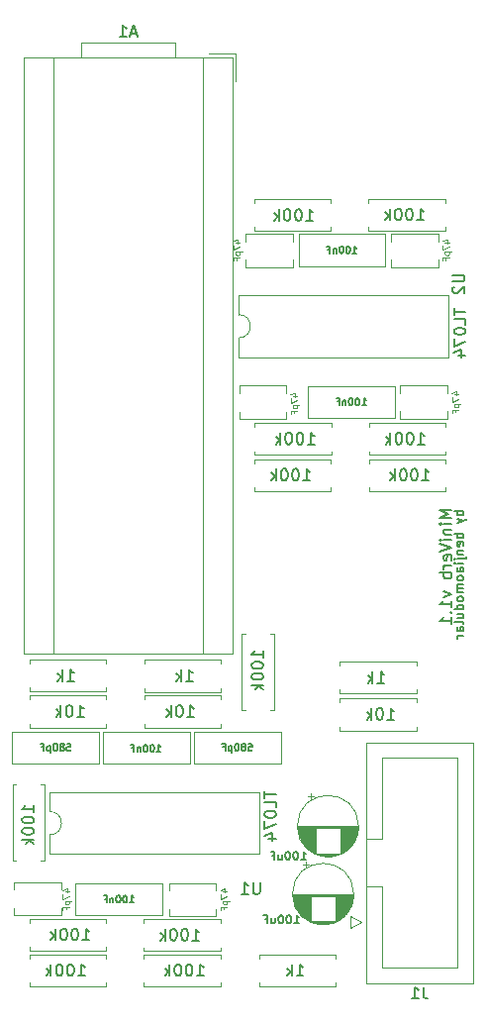
<source format=gbr>
%TF.GenerationSoftware,KiCad,Pcbnew,6.0.10+dfsg-1~bpo11+1*%
%TF.CreationDate,2023-02-09T22:21:13+08:00*%
%TF.ProjectId,MiniVerb v1.1 - Main,4d696e69-5665-4726-9220-76312e31202d,rev?*%
%TF.SameCoordinates,Original*%
%TF.FileFunction,Legend,Bot*%
%TF.FilePolarity,Positive*%
%FSLAX46Y46*%
G04 Gerber Fmt 4.6, Leading zero omitted, Abs format (unit mm)*
G04 Created by KiCad (PCBNEW 6.0.10+dfsg-1~bpo11+1) date 2023-02-09 22:21:13*
%MOMM*%
%LPD*%
G01*
G04 APERTURE LIST*
%ADD10C,0.150000*%
%ADD11C,0.120000*%
G04 APERTURE END LIST*
D10*
X112752380Y-92066666D02*
X111752380Y-92066666D01*
X112466666Y-92400000D01*
X111752380Y-92733333D01*
X112752380Y-92733333D01*
X112752380Y-93209523D02*
X112085714Y-93209523D01*
X111752380Y-93209523D02*
X111800000Y-93161904D01*
X111847619Y-93209523D01*
X111800000Y-93257142D01*
X111752380Y-93209523D01*
X111847619Y-93209523D01*
X112085714Y-93685714D02*
X112752380Y-93685714D01*
X112180952Y-93685714D02*
X112133333Y-93733333D01*
X112085714Y-93828571D01*
X112085714Y-93971428D01*
X112133333Y-94066666D01*
X112228571Y-94114285D01*
X112752380Y-94114285D01*
X112752380Y-94590476D02*
X112085714Y-94590476D01*
X111752380Y-94590476D02*
X111800000Y-94542857D01*
X111847619Y-94590476D01*
X111800000Y-94638095D01*
X111752380Y-94590476D01*
X111847619Y-94590476D01*
X111752380Y-94923809D02*
X112752380Y-95257142D01*
X111752380Y-95590476D01*
X112704761Y-96304761D02*
X112752380Y-96209523D01*
X112752380Y-96019047D01*
X112704761Y-95923809D01*
X112609523Y-95876190D01*
X112228571Y-95876190D01*
X112133333Y-95923809D01*
X112085714Y-96019047D01*
X112085714Y-96209523D01*
X112133333Y-96304761D01*
X112228571Y-96352380D01*
X112323809Y-96352380D01*
X112419047Y-95876190D01*
X112752380Y-96780952D02*
X112085714Y-96780952D01*
X112276190Y-96780952D02*
X112180952Y-96828571D01*
X112133333Y-96876190D01*
X112085714Y-96971428D01*
X112085714Y-97066666D01*
X112752380Y-97400000D02*
X111752380Y-97400000D01*
X112133333Y-97400000D02*
X112085714Y-97495238D01*
X112085714Y-97685714D01*
X112133333Y-97780952D01*
X112180952Y-97828571D01*
X112276190Y-97876190D01*
X112561904Y-97876190D01*
X112657142Y-97828571D01*
X112704761Y-97780952D01*
X112752380Y-97685714D01*
X112752380Y-97495238D01*
X112704761Y-97400000D01*
X112085714Y-98971428D02*
X112752380Y-99209523D01*
X112085714Y-99447619D01*
X112752380Y-100352380D02*
X112752380Y-99780952D01*
X112752380Y-100066666D02*
X111752380Y-100066666D01*
X111895238Y-99971428D01*
X111990476Y-99876190D01*
X112038095Y-99780952D01*
X112657142Y-100780952D02*
X112704761Y-100828571D01*
X112752380Y-100780952D01*
X112704761Y-100733333D01*
X112657142Y-100780952D01*
X112752380Y-100780952D01*
X112752380Y-101780952D02*
X112752380Y-101209523D01*
X112752380Y-101495238D02*
X111752380Y-101495238D01*
X111895238Y-101400000D01*
X111990476Y-101304761D01*
X112038095Y-101209523D01*
X113761904Y-92109523D02*
X112961904Y-92109523D01*
X113266666Y-92109523D02*
X113228571Y-92185714D01*
X113228571Y-92338095D01*
X113266666Y-92414285D01*
X113304761Y-92452380D01*
X113380952Y-92490476D01*
X113609523Y-92490476D01*
X113685714Y-92452380D01*
X113723809Y-92414285D01*
X113761904Y-92338095D01*
X113761904Y-92185714D01*
X113723809Y-92109523D01*
X113228571Y-92757142D02*
X113761904Y-92947619D01*
X113228571Y-93138095D02*
X113761904Y-92947619D01*
X113952380Y-92871428D01*
X113990476Y-92833333D01*
X114028571Y-92757142D01*
X113761904Y-94052380D02*
X112961904Y-94052380D01*
X113266666Y-94052380D02*
X113228571Y-94128571D01*
X113228571Y-94280952D01*
X113266666Y-94357142D01*
X113304761Y-94395238D01*
X113380952Y-94433333D01*
X113609523Y-94433333D01*
X113685714Y-94395238D01*
X113723809Y-94357142D01*
X113761904Y-94280952D01*
X113761904Y-94128571D01*
X113723809Y-94052380D01*
X113723809Y-95080952D02*
X113761904Y-95004761D01*
X113761904Y-94852380D01*
X113723809Y-94776190D01*
X113647619Y-94738095D01*
X113342857Y-94738095D01*
X113266666Y-94776190D01*
X113228571Y-94852380D01*
X113228571Y-95004761D01*
X113266666Y-95080952D01*
X113342857Y-95119047D01*
X113419047Y-95119047D01*
X113495238Y-94738095D01*
X113228571Y-95461904D02*
X113761904Y-95461904D01*
X113304761Y-95461904D02*
X113266666Y-95500000D01*
X113228571Y-95576190D01*
X113228571Y-95690476D01*
X113266666Y-95766666D01*
X113342857Y-95804761D01*
X113761904Y-95804761D01*
X113228571Y-96185714D02*
X113914285Y-96185714D01*
X113990476Y-96147619D01*
X114028571Y-96071428D01*
X114028571Y-96033333D01*
X112961904Y-96185714D02*
X113000000Y-96147619D01*
X113038095Y-96185714D01*
X113000000Y-96223809D01*
X112961904Y-96185714D01*
X113038095Y-96185714D01*
X113761904Y-96566666D02*
X113228571Y-96566666D01*
X112961904Y-96566666D02*
X113000000Y-96528571D01*
X113038095Y-96566666D01*
X113000000Y-96604761D01*
X112961904Y-96566666D01*
X113038095Y-96566666D01*
X113761904Y-97290476D02*
X113342857Y-97290476D01*
X113266666Y-97252380D01*
X113228571Y-97176190D01*
X113228571Y-97023809D01*
X113266666Y-96947619D01*
X113723809Y-97290476D02*
X113761904Y-97214285D01*
X113761904Y-97023809D01*
X113723809Y-96947619D01*
X113647619Y-96909523D01*
X113571428Y-96909523D01*
X113495238Y-96947619D01*
X113457142Y-97023809D01*
X113457142Y-97214285D01*
X113419047Y-97290476D01*
X113761904Y-97785714D02*
X113723809Y-97709523D01*
X113685714Y-97671428D01*
X113609523Y-97633333D01*
X113380952Y-97633333D01*
X113304761Y-97671428D01*
X113266666Y-97709523D01*
X113228571Y-97785714D01*
X113228571Y-97900000D01*
X113266666Y-97976190D01*
X113304761Y-98014285D01*
X113380952Y-98052380D01*
X113609523Y-98052380D01*
X113685714Y-98014285D01*
X113723809Y-97976190D01*
X113761904Y-97900000D01*
X113761904Y-97785714D01*
X113761904Y-98395238D02*
X113228571Y-98395238D01*
X113304761Y-98395238D02*
X113266666Y-98433333D01*
X113228571Y-98509523D01*
X113228571Y-98623809D01*
X113266666Y-98700000D01*
X113342857Y-98738095D01*
X113761904Y-98738095D01*
X113342857Y-98738095D02*
X113266666Y-98776190D01*
X113228571Y-98852380D01*
X113228571Y-98966666D01*
X113266666Y-99042857D01*
X113342857Y-99080952D01*
X113761904Y-99080952D01*
X113761904Y-99576190D02*
X113723809Y-99500000D01*
X113685714Y-99461904D01*
X113609523Y-99423809D01*
X113380952Y-99423809D01*
X113304761Y-99461904D01*
X113266666Y-99500000D01*
X113228571Y-99576190D01*
X113228571Y-99690476D01*
X113266666Y-99766666D01*
X113304761Y-99804761D01*
X113380952Y-99842857D01*
X113609523Y-99842857D01*
X113685714Y-99804761D01*
X113723809Y-99766666D01*
X113761904Y-99690476D01*
X113761904Y-99576190D01*
X113761904Y-100528571D02*
X112961904Y-100528571D01*
X113723809Y-100528571D02*
X113761904Y-100452380D01*
X113761904Y-100300000D01*
X113723809Y-100223809D01*
X113685714Y-100185714D01*
X113609523Y-100147619D01*
X113380952Y-100147619D01*
X113304761Y-100185714D01*
X113266666Y-100223809D01*
X113228571Y-100300000D01*
X113228571Y-100452380D01*
X113266666Y-100528571D01*
X113228571Y-101252380D02*
X113761904Y-101252380D01*
X113228571Y-100909523D02*
X113647619Y-100909523D01*
X113723809Y-100947619D01*
X113761904Y-101023809D01*
X113761904Y-101138095D01*
X113723809Y-101214285D01*
X113685714Y-101252380D01*
X113761904Y-101747619D02*
X113723809Y-101671428D01*
X113647619Y-101633333D01*
X112961904Y-101633333D01*
X113761904Y-102395238D02*
X113342857Y-102395238D01*
X113266666Y-102357142D01*
X113228571Y-102280952D01*
X113228571Y-102128571D01*
X113266666Y-102052380D01*
X113723809Y-102395238D02*
X113761904Y-102319047D01*
X113761904Y-102128571D01*
X113723809Y-102052380D01*
X113647619Y-102014285D01*
X113571428Y-102014285D01*
X113495238Y-102052380D01*
X113457142Y-102128571D01*
X113457142Y-102319047D01*
X113419047Y-102395238D01*
X113761904Y-102776190D02*
X113228571Y-102776190D01*
X113380952Y-102776190D02*
X113304761Y-102814285D01*
X113266666Y-102852380D01*
X113228571Y-102928571D01*
X113228571Y-103004761D01*
%TO.C,R3*%
X100306428Y-67297380D02*
X100877857Y-67297380D01*
X100592142Y-67297380D02*
X100592142Y-66297380D01*
X100687380Y-66440238D01*
X100782619Y-66535476D01*
X100877857Y-66583095D01*
X99687380Y-66297380D02*
X99592142Y-66297380D01*
X99496904Y-66345000D01*
X99449285Y-66392619D01*
X99401666Y-66487857D01*
X99354047Y-66678333D01*
X99354047Y-66916428D01*
X99401666Y-67106904D01*
X99449285Y-67202142D01*
X99496904Y-67249761D01*
X99592142Y-67297380D01*
X99687380Y-67297380D01*
X99782619Y-67249761D01*
X99830238Y-67202142D01*
X99877857Y-67106904D01*
X99925476Y-66916428D01*
X99925476Y-66678333D01*
X99877857Y-66487857D01*
X99830238Y-66392619D01*
X99782619Y-66345000D01*
X99687380Y-66297380D01*
X98735000Y-66297380D02*
X98639761Y-66297380D01*
X98544523Y-66345000D01*
X98496904Y-66392619D01*
X98449285Y-66487857D01*
X98401666Y-66678333D01*
X98401666Y-66916428D01*
X98449285Y-67106904D01*
X98496904Y-67202142D01*
X98544523Y-67249761D01*
X98639761Y-67297380D01*
X98735000Y-67297380D01*
X98830238Y-67249761D01*
X98877857Y-67202142D01*
X98925476Y-67106904D01*
X98973095Y-66916428D01*
X98973095Y-66678333D01*
X98925476Y-66487857D01*
X98877857Y-66392619D01*
X98830238Y-66345000D01*
X98735000Y-66297380D01*
X97973095Y-67297380D02*
X97973095Y-66297380D01*
X97877857Y-66916428D02*
X97592142Y-67297380D01*
X97592142Y-66630714D02*
X97973095Y-67011666D01*
%TO.C,C3*%
X79852142Y-111991428D02*
X80137857Y-111991428D01*
X80166428Y-112277142D01*
X80137857Y-112248571D01*
X80080714Y-112220000D01*
X79937857Y-112220000D01*
X79880714Y-112248571D01*
X79852142Y-112277142D01*
X79823571Y-112334285D01*
X79823571Y-112477142D01*
X79852142Y-112534285D01*
X79880714Y-112562857D01*
X79937857Y-112591428D01*
X80080714Y-112591428D01*
X80137857Y-112562857D01*
X80166428Y-112534285D01*
X79480714Y-112248571D02*
X79537857Y-112220000D01*
X79566428Y-112191428D01*
X79595000Y-112134285D01*
X79595000Y-112105714D01*
X79566428Y-112048571D01*
X79537857Y-112020000D01*
X79480714Y-111991428D01*
X79366428Y-111991428D01*
X79309285Y-112020000D01*
X79280714Y-112048571D01*
X79252142Y-112105714D01*
X79252142Y-112134285D01*
X79280714Y-112191428D01*
X79309285Y-112220000D01*
X79366428Y-112248571D01*
X79480714Y-112248571D01*
X79537857Y-112277142D01*
X79566428Y-112305714D01*
X79595000Y-112362857D01*
X79595000Y-112477142D01*
X79566428Y-112534285D01*
X79537857Y-112562857D01*
X79480714Y-112591428D01*
X79366428Y-112591428D01*
X79309285Y-112562857D01*
X79280714Y-112534285D01*
X79252142Y-112477142D01*
X79252142Y-112362857D01*
X79280714Y-112305714D01*
X79309285Y-112277142D01*
X79366428Y-112248571D01*
X78880714Y-111991428D02*
X78823571Y-111991428D01*
X78766428Y-112020000D01*
X78737857Y-112048571D01*
X78709285Y-112105714D01*
X78680714Y-112220000D01*
X78680714Y-112362857D01*
X78709285Y-112477142D01*
X78737857Y-112534285D01*
X78766428Y-112562857D01*
X78823571Y-112591428D01*
X78880714Y-112591428D01*
X78937857Y-112562857D01*
X78966428Y-112534285D01*
X78995000Y-112477142D01*
X79023571Y-112362857D01*
X79023571Y-112220000D01*
X78995000Y-112105714D01*
X78966428Y-112048571D01*
X78937857Y-112020000D01*
X78880714Y-111991428D01*
X78423571Y-112191428D02*
X78423571Y-112791428D01*
X78423571Y-112220000D02*
X78366428Y-112191428D01*
X78252142Y-112191428D01*
X78195000Y-112220000D01*
X78166428Y-112248571D01*
X78137857Y-112305714D01*
X78137857Y-112477142D01*
X78166428Y-112534285D01*
X78195000Y-112562857D01*
X78252142Y-112591428D01*
X78366428Y-112591428D01*
X78423571Y-112562857D01*
X77680714Y-112277142D02*
X77880714Y-112277142D01*
X77880714Y-112591428D02*
X77880714Y-111991428D01*
X77595000Y-111991428D01*
%TO.C,R14*%
X90130238Y-109722380D02*
X90701666Y-109722380D01*
X90415952Y-109722380D02*
X90415952Y-108722380D01*
X90511190Y-108865238D01*
X90606428Y-108960476D01*
X90701666Y-109008095D01*
X89511190Y-108722380D02*
X89415952Y-108722380D01*
X89320714Y-108770000D01*
X89273095Y-108817619D01*
X89225476Y-108912857D01*
X89177857Y-109103333D01*
X89177857Y-109341428D01*
X89225476Y-109531904D01*
X89273095Y-109627142D01*
X89320714Y-109674761D01*
X89415952Y-109722380D01*
X89511190Y-109722380D01*
X89606428Y-109674761D01*
X89654047Y-109627142D01*
X89701666Y-109531904D01*
X89749285Y-109341428D01*
X89749285Y-109103333D01*
X89701666Y-108912857D01*
X89654047Y-108817619D01*
X89606428Y-108770000D01*
X89511190Y-108722380D01*
X88749285Y-109722380D02*
X88749285Y-108722380D01*
X88654047Y-109341428D02*
X88368333Y-109722380D01*
X88368333Y-109055714D02*
X88749285Y-109436666D01*
%TO.C,U1*%
X96361904Y-123852380D02*
X96361904Y-124661904D01*
X96314285Y-124757142D01*
X96266666Y-124804761D01*
X96171428Y-124852380D01*
X95980952Y-124852380D01*
X95885714Y-124804761D01*
X95838095Y-124757142D01*
X95790476Y-124661904D01*
X95790476Y-123852380D01*
X94790476Y-124852380D02*
X95361904Y-124852380D01*
X95076190Y-124852380D02*
X95076190Y-123852380D01*
X95171428Y-123995238D01*
X95266666Y-124090476D01*
X95361904Y-124138095D01*
X96752380Y-116080952D02*
X96752380Y-116652380D01*
X97752380Y-116366666D02*
X96752380Y-116366666D01*
X97752380Y-117461904D02*
X97752380Y-116985714D01*
X96752380Y-116985714D01*
X96752380Y-117985714D02*
X96752380Y-118080952D01*
X96800000Y-118176190D01*
X96847619Y-118223809D01*
X96942857Y-118271428D01*
X97133333Y-118319047D01*
X97371428Y-118319047D01*
X97561904Y-118271428D01*
X97657142Y-118223809D01*
X97704761Y-118176190D01*
X97752380Y-118080952D01*
X97752380Y-117985714D01*
X97704761Y-117890476D01*
X97657142Y-117842857D01*
X97561904Y-117795238D01*
X97371428Y-117747619D01*
X97133333Y-117747619D01*
X96942857Y-117795238D01*
X96847619Y-117842857D01*
X96800000Y-117890476D01*
X96752380Y-117985714D01*
X96752380Y-118652380D02*
X96752380Y-119319047D01*
X97752380Y-118890476D01*
X97085714Y-120128571D02*
X97752380Y-120128571D01*
X96704761Y-119890476D02*
X97419047Y-119652380D01*
X97419047Y-120271428D01*
%TO.C,C14*%
X105103571Y-83051428D02*
X105446428Y-83051428D01*
X105275000Y-83051428D02*
X105275000Y-82451428D01*
X105332142Y-82537142D01*
X105389285Y-82594285D01*
X105446428Y-82622857D01*
X104732142Y-82451428D02*
X104675000Y-82451428D01*
X104617857Y-82480000D01*
X104589285Y-82508571D01*
X104560714Y-82565714D01*
X104532142Y-82680000D01*
X104532142Y-82822857D01*
X104560714Y-82937142D01*
X104589285Y-82994285D01*
X104617857Y-83022857D01*
X104675000Y-83051428D01*
X104732142Y-83051428D01*
X104789285Y-83022857D01*
X104817857Y-82994285D01*
X104846428Y-82937142D01*
X104875000Y-82822857D01*
X104875000Y-82680000D01*
X104846428Y-82565714D01*
X104817857Y-82508571D01*
X104789285Y-82480000D01*
X104732142Y-82451428D01*
X104160714Y-82451428D02*
X104103571Y-82451428D01*
X104046428Y-82480000D01*
X104017857Y-82508571D01*
X103989285Y-82565714D01*
X103960714Y-82680000D01*
X103960714Y-82822857D01*
X103989285Y-82937142D01*
X104017857Y-82994285D01*
X104046428Y-83022857D01*
X104103571Y-83051428D01*
X104160714Y-83051428D01*
X104217857Y-83022857D01*
X104246428Y-82994285D01*
X104275000Y-82937142D01*
X104303571Y-82822857D01*
X104303571Y-82680000D01*
X104275000Y-82565714D01*
X104246428Y-82508571D01*
X104217857Y-82480000D01*
X104160714Y-82451428D01*
X103703571Y-82651428D02*
X103703571Y-83051428D01*
X103703571Y-82708571D02*
X103675000Y-82680000D01*
X103617857Y-82651428D01*
X103532142Y-82651428D01*
X103475000Y-82680000D01*
X103446428Y-82737142D01*
X103446428Y-83051428D01*
X102960714Y-82737142D02*
X103160714Y-82737142D01*
X103160714Y-83051428D02*
X103160714Y-82451428D01*
X102875000Y-82451428D01*
%TO.C,R6*%
X100056428Y-89502380D02*
X100627857Y-89502380D01*
X100342142Y-89502380D02*
X100342142Y-88502380D01*
X100437380Y-88645238D01*
X100532619Y-88740476D01*
X100627857Y-88788095D01*
X99437380Y-88502380D02*
X99342142Y-88502380D01*
X99246904Y-88550000D01*
X99199285Y-88597619D01*
X99151666Y-88692857D01*
X99104047Y-88883333D01*
X99104047Y-89121428D01*
X99151666Y-89311904D01*
X99199285Y-89407142D01*
X99246904Y-89454761D01*
X99342142Y-89502380D01*
X99437380Y-89502380D01*
X99532619Y-89454761D01*
X99580238Y-89407142D01*
X99627857Y-89311904D01*
X99675476Y-89121428D01*
X99675476Y-88883333D01*
X99627857Y-88692857D01*
X99580238Y-88597619D01*
X99532619Y-88550000D01*
X99437380Y-88502380D01*
X98485000Y-88502380D02*
X98389761Y-88502380D01*
X98294523Y-88550000D01*
X98246904Y-88597619D01*
X98199285Y-88692857D01*
X98151666Y-88883333D01*
X98151666Y-89121428D01*
X98199285Y-89311904D01*
X98246904Y-89407142D01*
X98294523Y-89454761D01*
X98389761Y-89502380D01*
X98485000Y-89502380D01*
X98580238Y-89454761D01*
X98627857Y-89407142D01*
X98675476Y-89311904D01*
X98723095Y-89121428D01*
X98723095Y-88883333D01*
X98675476Y-88692857D01*
X98627857Y-88597619D01*
X98580238Y-88550000D01*
X98485000Y-88502380D01*
X97723095Y-89502380D02*
X97723095Y-88502380D01*
X97627857Y-89121428D02*
X97342142Y-89502380D01*
X97342142Y-88835714D02*
X97723095Y-89216666D01*
D11*
%TO.C,C5*%
X93182142Y-124658333D02*
X93548809Y-124658333D01*
X92972619Y-124527380D02*
X93365476Y-124396428D01*
X93365476Y-124736904D01*
X92998809Y-124894047D02*
X92998809Y-125260714D01*
X93548809Y-125025000D01*
X93182142Y-125470238D02*
X93732142Y-125470238D01*
X93208333Y-125470238D02*
X93182142Y-125522619D01*
X93182142Y-125627380D01*
X93208333Y-125679761D01*
X93234523Y-125705952D01*
X93286904Y-125732142D01*
X93444047Y-125732142D01*
X93496428Y-125705952D01*
X93522619Y-125679761D01*
X93548809Y-125627380D01*
X93548809Y-125522619D01*
X93522619Y-125470238D01*
X93260714Y-126151190D02*
X93260714Y-125967857D01*
X93548809Y-125967857D02*
X92998809Y-125967857D01*
X92998809Y-126229761D01*
D10*
%TO.C,R5*%
X77013468Y-117853474D02*
X77013468Y-117282045D01*
X77013468Y-117567760D02*
X76013468Y-117567760D01*
X76156326Y-117472522D01*
X76251564Y-117377283D01*
X76299183Y-117282045D01*
X76013468Y-118472522D02*
X76013468Y-118567760D01*
X76061088Y-118662998D01*
X76108707Y-118710617D01*
X76203945Y-118758236D01*
X76394421Y-118805855D01*
X76632516Y-118805855D01*
X76822992Y-118758236D01*
X76918230Y-118710617D01*
X76965849Y-118662998D01*
X77013468Y-118567760D01*
X77013468Y-118472522D01*
X76965849Y-118377283D01*
X76918230Y-118329664D01*
X76822992Y-118282045D01*
X76632516Y-118234426D01*
X76394421Y-118234426D01*
X76203945Y-118282045D01*
X76108707Y-118329664D01*
X76061088Y-118377283D01*
X76013468Y-118472522D01*
X76013468Y-119424903D02*
X76013468Y-119520141D01*
X76061088Y-119615379D01*
X76108707Y-119662998D01*
X76203945Y-119710617D01*
X76394421Y-119758236D01*
X76632516Y-119758236D01*
X76822992Y-119710617D01*
X76918230Y-119662998D01*
X76965849Y-119615379D01*
X77013468Y-119520141D01*
X77013468Y-119424903D01*
X76965849Y-119329664D01*
X76918230Y-119282045D01*
X76822992Y-119234426D01*
X76632516Y-119186807D01*
X76394421Y-119186807D01*
X76203945Y-119234426D01*
X76108707Y-119282045D01*
X76061088Y-119329664D01*
X76013468Y-119424903D01*
X77013468Y-120186807D02*
X76013468Y-120186807D01*
X76632516Y-120282045D02*
X77013468Y-120567760D01*
X76346802Y-120567760D02*
X76727754Y-120186807D01*
%TO.C,R12*%
X90582516Y-128827283D02*
X91153945Y-128827283D01*
X90868230Y-128827283D02*
X90868230Y-127827283D01*
X90963468Y-127970141D01*
X91058707Y-128065379D01*
X91153945Y-128112998D01*
X89963468Y-127827283D02*
X89868230Y-127827283D01*
X89772992Y-127874903D01*
X89725373Y-127922522D01*
X89677754Y-128017760D01*
X89630135Y-128208236D01*
X89630135Y-128446331D01*
X89677754Y-128636807D01*
X89725373Y-128732045D01*
X89772992Y-128779664D01*
X89868230Y-128827283D01*
X89963468Y-128827283D01*
X90058707Y-128779664D01*
X90106326Y-128732045D01*
X90153945Y-128636807D01*
X90201564Y-128446331D01*
X90201564Y-128208236D01*
X90153945Y-128017760D01*
X90106326Y-127922522D01*
X90058707Y-127874903D01*
X89963468Y-127827283D01*
X89011088Y-127827283D02*
X88915849Y-127827283D01*
X88820611Y-127874903D01*
X88772992Y-127922522D01*
X88725373Y-128017760D01*
X88677754Y-128208236D01*
X88677754Y-128446331D01*
X88725373Y-128636807D01*
X88772992Y-128732045D01*
X88820611Y-128779664D01*
X88915849Y-128827283D01*
X89011088Y-128827283D01*
X89106326Y-128779664D01*
X89153945Y-128732045D01*
X89201564Y-128636807D01*
X89249183Y-128446331D01*
X89249183Y-128208236D01*
X89201564Y-128017760D01*
X89153945Y-127922522D01*
X89106326Y-127874903D01*
X89011088Y-127827283D01*
X88249183Y-128827283D02*
X88249183Y-127827283D01*
X88153945Y-128446331D02*
X87868230Y-128827283D01*
X87868230Y-128160617D02*
X88249183Y-128541569D01*
%TO.C,R8*%
X100446428Y-86402380D02*
X101017857Y-86402380D01*
X100732142Y-86402380D02*
X100732142Y-85402380D01*
X100827380Y-85545238D01*
X100922619Y-85640476D01*
X101017857Y-85688095D01*
X99827380Y-85402380D02*
X99732142Y-85402380D01*
X99636904Y-85450000D01*
X99589285Y-85497619D01*
X99541666Y-85592857D01*
X99494047Y-85783333D01*
X99494047Y-86021428D01*
X99541666Y-86211904D01*
X99589285Y-86307142D01*
X99636904Y-86354761D01*
X99732142Y-86402380D01*
X99827380Y-86402380D01*
X99922619Y-86354761D01*
X99970238Y-86307142D01*
X100017857Y-86211904D01*
X100065476Y-86021428D01*
X100065476Y-85783333D01*
X100017857Y-85592857D01*
X99970238Y-85497619D01*
X99922619Y-85450000D01*
X99827380Y-85402380D01*
X98875000Y-85402380D02*
X98779761Y-85402380D01*
X98684523Y-85450000D01*
X98636904Y-85497619D01*
X98589285Y-85592857D01*
X98541666Y-85783333D01*
X98541666Y-86021428D01*
X98589285Y-86211904D01*
X98636904Y-86307142D01*
X98684523Y-86354761D01*
X98779761Y-86402380D01*
X98875000Y-86402380D01*
X98970238Y-86354761D01*
X99017857Y-86307142D01*
X99065476Y-86211904D01*
X99113095Y-86021428D01*
X99113095Y-85783333D01*
X99065476Y-85592857D01*
X99017857Y-85497619D01*
X98970238Y-85450000D01*
X98875000Y-85402380D01*
X98113095Y-86402380D02*
X98113095Y-85402380D01*
X98017857Y-86021428D02*
X97732142Y-86402380D01*
X97732142Y-85735714D02*
X98113095Y-86116666D01*
D11*
%TO.C,C8*%
X112982142Y-82158333D02*
X113348809Y-82158333D01*
X112772619Y-82027380D02*
X113165476Y-81896428D01*
X113165476Y-82236904D01*
X112798809Y-82394047D02*
X112798809Y-82760714D01*
X113348809Y-82525000D01*
X112982142Y-82970238D02*
X113532142Y-82970238D01*
X113008333Y-82970238D02*
X112982142Y-83022619D01*
X112982142Y-83127380D01*
X113008333Y-83179761D01*
X113034523Y-83205952D01*
X113086904Y-83232142D01*
X113244047Y-83232142D01*
X113296428Y-83205952D01*
X113322619Y-83179761D01*
X113348809Y-83127380D01*
X113348809Y-83022619D01*
X113322619Y-82970238D01*
X113060714Y-83651190D02*
X113060714Y-83467857D01*
X113348809Y-83467857D02*
X112798809Y-83467857D01*
X112798809Y-83729761D01*
D10*
%TO.C,R10*%
X79864047Y-106632380D02*
X80435476Y-106632380D01*
X80149761Y-106632380D02*
X80149761Y-105632380D01*
X80245000Y-105775238D01*
X80340238Y-105870476D01*
X80435476Y-105918095D01*
X79435476Y-106632380D02*
X79435476Y-105632380D01*
X79340238Y-106251428D02*
X79054523Y-106632380D01*
X79054523Y-105965714D02*
X79435476Y-106346666D01*
D11*
%TO.C,C2*%
X79682142Y-124658333D02*
X80048809Y-124658333D01*
X79472619Y-124527380D02*
X79865476Y-124396428D01*
X79865476Y-124736904D01*
X79498809Y-124894047D02*
X79498809Y-125260714D01*
X80048809Y-125025000D01*
X79682142Y-125470238D02*
X80232142Y-125470238D01*
X79708333Y-125470238D02*
X79682142Y-125522619D01*
X79682142Y-125627380D01*
X79708333Y-125679761D01*
X79734523Y-125705952D01*
X79786904Y-125732142D01*
X79944047Y-125732142D01*
X79996428Y-125705952D01*
X80022619Y-125679761D01*
X80048809Y-125627380D01*
X80048809Y-125522619D01*
X80022619Y-125470238D01*
X79760714Y-126151190D02*
X79760714Y-125967857D01*
X80048809Y-125967857D02*
X79498809Y-125967857D01*
X79498809Y-126229761D01*
D10*
%TO.C,R13*%
X96627380Y-104638571D02*
X96627380Y-104067142D01*
X96627380Y-104352857D02*
X95627380Y-104352857D01*
X95770238Y-104257619D01*
X95865476Y-104162380D01*
X95913095Y-104067142D01*
X95627380Y-105257619D02*
X95627380Y-105352857D01*
X95675000Y-105448095D01*
X95722619Y-105495714D01*
X95817857Y-105543333D01*
X96008333Y-105590952D01*
X96246428Y-105590952D01*
X96436904Y-105543333D01*
X96532142Y-105495714D01*
X96579761Y-105448095D01*
X96627380Y-105352857D01*
X96627380Y-105257619D01*
X96579761Y-105162380D01*
X96532142Y-105114761D01*
X96436904Y-105067142D01*
X96246428Y-105019523D01*
X96008333Y-105019523D01*
X95817857Y-105067142D01*
X95722619Y-105114761D01*
X95675000Y-105162380D01*
X95627380Y-105257619D01*
X95627380Y-106210000D02*
X95627380Y-106305238D01*
X95675000Y-106400476D01*
X95722619Y-106448095D01*
X95817857Y-106495714D01*
X96008333Y-106543333D01*
X96246428Y-106543333D01*
X96436904Y-106495714D01*
X96532142Y-106448095D01*
X96579761Y-106400476D01*
X96627380Y-106305238D01*
X96627380Y-106210000D01*
X96579761Y-106114761D01*
X96532142Y-106067142D01*
X96436904Y-106019523D01*
X96246428Y-105971904D01*
X96008333Y-105971904D01*
X95817857Y-106019523D01*
X95722619Y-106067142D01*
X95675000Y-106114761D01*
X95627380Y-106210000D01*
X96627380Y-106971904D02*
X95627380Y-106971904D01*
X96246428Y-107067142D02*
X96627380Y-107352857D01*
X95960714Y-107352857D02*
X96341666Y-106971904D01*
%TO.C,R15*%
X90034047Y-106652380D02*
X90605476Y-106652380D01*
X90319761Y-106652380D02*
X90319761Y-105652380D01*
X90415000Y-105795238D01*
X90510238Y-105890476D01*
X90605476Y-105938095D01*
X89605476Y-106652380D02*
X89605476Y-105652380D01*
X89510238Y-106271428D02*
X89224523Y-106652380D01*
X89224523Y-105985714D02*
X89605476Y-106366666D01*
%TO.C,R4*%
X81187516Y-128802283D02*
X81758945Y-128802283D01*
X81473230Y-128802283D02*
X81473230Y-127802283D01*
X81568468Y-127945141D01*
X81663707Y-128040379D01*
X81758945Y-128087998D01*
X80568468Y-127802283D02*
X80473230Y-127802283D01*
X80377992Y-127849903D01*
X80330373Y-127897522D01*
X80282754Y-127992760D01*
X80235135Y-128183236D01*
X80235135Y-128421331D01*
X80282754Y-128611807D01*
X80330373Y-128707045D01*
X80377992Y-128754664D01*
X80473230Y-128802283D01*
X80568468Y-128802283D01*
X80663707Y-128754664D01*
X80711326Y-128707045D01*
X80758945Y-128611807D01*
X80806564Y-128421331D01*
X80806564Y-128183236D01*
X80758945Y-127992760D01*
X80711326Y-127897522D01*
X80663707Y-127849903D01*
X80568468Y-127802283D01*
X79616088Y-127802283D02*
X79520849Y-127802283D01*
X79425611Y-127849903D01*
X79377992Y-127897522D01*
X79330373Y-127992760D01*
X79282754Y-128183236D01*
X79282754Y-128421331D01*
X79330373Y-128611807D01*
X79377992Y-128707045D01*
X79425611Y-128754664D01*
X79520849Y-128802283D01*
X79616088Y-128802283D01*
X79711326Y-128754664D01*
X79758945Y-128707045D01*
X79806564Y-128611807D01*
X79854183Y-128421331D01*
X79854183Y-128183236D01*
X79806564Y-127992760D01*
X79758945Y-127897522D01*
X79711326Y-127849903D01*
X79616088Y-127802283D01*
X78854183Y-128802283D02*
X78854183Y-127802283D01*
X78758945Y-128421331D02*
X78473230Y-128802283D01*
X78473230Y-128135617D02*
X78854183Y-128516569D01*
%TO.C,R7*%
X80710238Y-109712380D02*
X81281666Y-109712380D01*
X80995952Y-109712380D02*
X80995952Y-108712380D01*
X81091190Y-108855238D01*
X81186428Y-108950476D01*
X81281666Y-108998095D01*
X80091190Y-108712380D02*
X79995952Y-108712380D01*
X79900714Y-108760000D01*
X79853095Y-108807619D01*
X79805476Y-108902857D01*
X79757857Y-109093333D01*
X79757857Y-109331428D01*
X79805476Y-109521904D01*
X79853095Y-109617142D01*
X79900714Y-109664761D01*
X79995952Y-109712380D01*
X80091190Y-109712380D01*
X80186428Y-109664761D01*
X80234047Y-109617142D01*
X80281666Y-109521904D01*
X80329285Y-109331428D01*
X80329285Y-109093333D01*
X80281666Y-108902857D01*
X80234047Y-108807619D01*
X80186428Y-108760000D01*
X80091190Y-108712380D01*
X79329285Y-109712380D02*
X79329285Y-108712380D01*
X79234047Y-109331428D02*
X78948333Y-109712380D01*
X78948333Y-109045714D02*
X79329285Y-109426666D01*
%TO.C,R9*%
X99504047Y-131852380D02*
X100075476Y-131852380D01*
X99789761Y-131852380D02*
X99789761Y-130852380D01*
X99885000Y-130995238D01*
X99980238Y-131090476D01*
X100075476Y-131138095D01*
X99075476Y-131852380D02*
X99075476Y-130852380D01*
X98980238Y-131471428D02*
X98694523Y-131852380D01*
X98694523Y-131185714D02*
X99075476Y-131566666D01*
%TO.C,C9*%
X99286333Y-127364666D02*
X99686333Y-127364666D01*
X99486333Y-127364666D02*
X99486333Y-126664666D01*
X99553000Y-126764666D01*
X99619666Y-126831333D01*
X99686333Y-126864666D01*
X98853000Y-126664666D02*
X98786333Y-126664666D01*
X98719666Y-126698000D01*
X98686333Y-126731333D01*
X98653000Y-126798000D01*
X98619666Y-126931333D01*
X98619666Y-127098000D01*
X98653000Y-127231333D01*
X98686333Y-127298000D01*
X98719666Y-127331333D01*
X98786333Y-127364666D01*
X98853000Y-127364666D01*
X98919666Y-127331333D01*
X98953000Y-127298000D01*
X98986333Y-127231333D01*
X99019666Y-127098000D01*
X99019666Y-126931333D01*
X98986333Y-126798000D01*
X98953000Y-126731333D01*
X98919666Y-126698000D01*
X98853000Y-126664666D01*
X98186333Y-126664666D02*
X98119666Y-126664666D01*
X98053000Y-126698000D01*
X98019666Y-126731333D01*
X97986333Y-126798000D01*
X97953000Y-126931333D01*
X97953000Y-127098000D01*
X97986333Y-127231333D01*
X98019666Y-127298000D01*
X98053000Y-127331333D01*
X98119666Y-127364666D01*
X98186333Y-127364666D01*
X98253000Y-127331333D01*
X98286333Y-127298000D01*
X98319666Y-127231333D01*
X98353000Y-127098000D01*
X98353000Y-126931333D01*
X98319666Y-126798000D01*
X98286333Y-126731333D01*
X98253000Y-126698000D01*
X98186333Y-126664666D01*
X97353000Y-126898000D02*
X97353000Y-127364666D01*
X97653000Y-126898000D02*
X97653000Y-127264666D01*
X97619666Y-127331333D01*
X97553000Y-127364666D01*
X97453000Y-127364666D01*
X97386333Y-127331333D01*
X97353000Y-127298000D01*
X96786333Y-126998000D02*
X97019666Y-126998000D01*
X97019666Y-127364666D02*
X97019666Y-126664666D01*
X96686333Y-126664666D01*
%TO.C,R21*%
X107260238Y-109952380D02*
X107831666Y-109952380D01*
X107545952Y-109952380D02*
X107545952Y-108952380D01*
X107641190Y-109095238D01*
X107736428Y-109190476D01*
X107831666Y-109238095D01*
X106641190Y-108952380D02*
X106545952Y-108952380D01*
X106450714Y-109000000D01*
X106403095Y-109047619D01*
X106355476Y-109142857D01*
X106307857Y-109333333D01*
X106307857Y-109571428D01*
X106355476Y-109761904D01*
X106403095Y-109857142D01*
X106450714Y-109904761D01*
X106545952Y-109952380D01*
X106641190Y-109952380D01*
X106736428Y-109904761D01*
X106784047Y-109857142D01*
X106831666Y-109761904D01*
X106879285Y-109571428D01*
X106879285Y-109333333D01*
X106831666Y-109142857D01*
X106784047Y-109047619D01*
X106736428Y-109000000D01*
X106641190Y-108952380D01*
X105879285Y-109952380D02*
X105879285Y-108952380D01*
X105784047Y-109571428D02*
X105498333Y-109952380D01*
X105498333Y-109285714D02*
X105879285Y-109666666D01*
%TO.C,R19*%
X109856428Y-86402380D02*
X110427857Y-86402380D01*
X110142142Y-86402380D02*
X110142142Y-85402380D01*
X110237380Y-85545238D01*
X110332619Y-85640476D01*
X110427857Y-85688095D01*
X109237380Y-85402380D02*
X109142142Y-85402380D01*
X109046904Y-85450000D01*
X108999285Y-85497619D01*
X108951666Y-85592857D01*
X108904047Y-85783333D01*
X108904047Y-86021428D01*
X108951666Y-86211904D01*
X108999285Y-86307142D01*
X109046904Y-86354761D01*
X109142142Y-86402380D01*
X109237380Y-86402380D01*
X109332619Y-86354761D01*
X109380238Y-86307142D01*
X109427857Y-86211904D01*
X109475476Y-86021428D01*
X109475476Y-85783333D01*
X109427857Y-85592857D01*
X109380238Y-85497619D01*
X109332619Y-85450000D01*
X109237380Y-85402380D01*
X108285000Y-85402380D02*
X108189761Y-85402380D01*
X108094523Y-85450000D01*
X108046904Y-85497619D01*
X107999285Y-85592857D01*
X107951666Y-85783333D01*
X107951666Y-86021428D01*
X107999285Y-86211904D01*
X108046904Y-86307142D01*
X108094523Y-86354761D01*
X108189761Y-86402380D01*
X108285000Y-86402380D01*
X108380238Y-86354761D01*
X108427857Y-86307142D01*
X108475476Y-86211904D01*
X108523095Y-86021428D01*
X108523095Y-85783333D01*
X108475476Y-85592857D01*
X108427857Y-85497619D01*
X108380238Y-85450000D01*
X108285000Y-85402380D01*
X107523095Y-86402380D02*
X107523095Y-85402380D01*
X107427857Y-86021428D02*
X107142142Y-86402380D01*
X107142142Y-85735714D02*
X107523095Y-86116666D01*
%TO.C,C6*%
X95382142Y-112001428D02*
X95667857Y-112001428D01*
X95696428Y-112287142D01*
X95667857Y-112258571D01*
X95610714Y-112230000D01*
X95467857Y-112230000D01*
X95410714Y-112258571D01*
X95382142Y-112287142D01*
X95353571Y-112344285D01*
X95353571Y-112487142D01*
X95382142Y-112544285D01*
X95410714Y-112572857D01*
X95467857Y-112601428D01*
X95610714Y-112601428D01*
X95667857Y-112572857D01*
X95696428Y-112544285D01*
X95010714Y-112258571D02*
X95067857Y-112230000D01*
X95096428Y-112201428D01*
X95125000Y-112144285D01*
X95125000Y-112115714D01*
X95096428Y-112058571D01*
X95067857Y-112030000D01*
X95010714Y-112001428D01*
X94896428Y-112001428D01*
X94839285Y-112030000D01*
X94810714Y-112058571D01*
X94782142Y-112115714D01*
X94782142Y-112144285D01*
X94810714Y-112201428D01*
X94839285Y-112230000D01*
X94896428Y-112258571D01*
X95010714Y-112258571D01*
X95067857Y-112287142D01*
X95096428Y-112315714D01*
X95125000Y-112372857D01*
X95125000Y-112487142D01*
X95096428Y-112544285D01*
X95067857Y-112572857D01*
X95010714Y-112601428D01*
X94896428Y-112601428D01*
X94839285Y-112572857D01*
X94810714Y-112544285D01*
X94782142Y-112487142D01*
X94782142Y-112372857D01*
X94810714Y-112315714D01*
X94839285Y-112287142D01*
X94896428Y-112258571D01*
X94410714Y-112001428D02*
X94353571Y-112001428D01*
X94296428Y-112030000D01*
X94267857Y-112058571D01*
X94239285Y-112115714D01*
X94210714Y-112230000D01*
X94210714Y-112372857D01*
X94239285Y-112487142D01*
X94267857Y-112544285D01*
X94296428Y-112572857D01*
X94353571Y-112601428D01*
X94410714Y-112601428D01*
X94467857Y-112572857D01*
X94496428Y-112544285D01*
X94525000Y-112487142D01*
X94553571Y-112372857D01*
X94553571Y-112230000D01*
X94525000Y-112115714D01*
X94496428Y-112058571D01*
X94467857Y-112030000D01*
X94410714Y-112001428D01*
X93953571Y-112201428D02*
X93953571Y-112801428D01*
X93953571Y-112230000D02*
X93896428Y-112201428D01*
X93782142Y-112201428D01*
X93725000Y-112230000D01*
X93696428Y-112258571D01*
X93667857Y-112315714D01*
X93667857Y-112487142D01*
X93696428Y-112544285D01*
X93725000Y-112572857D01*
X93782142Y-112601428D01*
X93896428Y-112601428D01*
X93953571Y-112572857D01*
X93210714Y-112287142D02*
X93410714Y-112287142D01*
X93410714Y-112601428D02*
X93410714Y-112001428D01*
X93125000Y-112001428D01*
%TO.C,R17*%
X109806428Y-67247380D02*
X110377857Y-67247380D01*
X110092142Y-67247380D02*
X110092142Y-66247380D01*
X110187380Y-66390238D01*
X110282619Y-66485476D01*
X110377857Y-66533095D01*
X109187380Y-66247380D02*
X109092142Y-66247380D01*
X108996904Y-66295000D01*
X108949285Y-66342619D01*
X108901666Y-66437857D01*
X108854047Y-66628333D01*
X108854047Y-66866428D01*
X108901666Y-67056904D01*
X108949285Y-67152142D01*
X108996904Y-67199761D01*
X109092142Y-67247380D01*
X109187380Y-67247380D01*
X109282619Y-67199761D01*
X109330238Y-67152142D01*
X109377857Y-67056904D01*
X109425476Y-66866428D01*
X109425476Y-66628333D01*
X109377857Y-66437857D01*
X109330238Y-66342619D01*
X109282619Y-66295000D01*
X109187380Y-66247380D01*
X108235000Y-66247380D02*
X108139761Y-66247380D01*
X108044523Y-66295000D01*
X107996904Y-66342619D01*
X107949285Y-66437857D01*
X107901666Y-66628333D01*
X107901666Y-66866428D01*
X107949285Y-67056904D01*
X107996904Y-67152142D01*
X108044523Y-67199761D01*
X108139761Y-67247380D01*
X108235000Y-67247380D01*
X108330238Y-67199761D01*
X108377857Y-67152142D01*
X108425476Y-67056904D01*
X108473095Y-66866428D01*
X108473095Y-66628333D01*
X108425476Y-66437857D01*
X108377857Y-66342619D01*
X108330238Y-66295000D01*
X108235000Y-66247380D01*
X107473095Y-67247380D02*
X107473095Y-66247380D01*
X107377857Y-66866428D02*
X107092142Y-67247380D01*
X107092142Y-66580714D02*
X107473095Y-66961666D01*
%TO.C,R11*%
X90972516Y-131852283D02*
X91543945Y-131852283D01*
X91258230Y-131852283D02*
X91258230Y-130852283D01*
X91353468Y-130995141D01*
X91448707Y-131090379D01*
X91543945Y-131137998D01*
X90353468Y-130852283D02*
X90258230Y-130852283D01*
X90162992Y-130899903D01*
X90115373Y-130947522D01*
X90067754Y-131042760D01*
X90020135Y-131233236D01*
X90020135Y-131471331D01*
X90067754Y-131661807D01*
X90115373Y-131757045D01*
X90162992Y-131804664D01*
X90258230Y-131852283D01*
X90353468Y-131852283D01*
X90448707Y-131804664D01*
X90496326Y-131757045D01*
X90543945Y-131661807D01*
X90591564Y-131471331D01*
X90591564Y-131233236D01*
X90543945Y-131042760D01*
X90496326Y-130947522D01*
X90448707Y-130899903D01*
X90353468Y-130852283D01*
X89401088Y-130852283D02*
X89305849Y-130852283D01*
X89210611Y-130899903D01*
X89162992Y-130947522D01*
X89115373Y-131042760D01*
X89067754Y-131233236D01*
X89067754Y-131471331D01*
X89115373Y-131661807D01*
X89162992Y-131757045D01*
X89210611Y-131804664D01*
X89305849Y-131852283D01*
X89401088Y-131852283D01*
X89496326Y-131804664D01*
X89543945Y-131757045D01*
X89591564Y-131661807D01*
X89639183Y-131471331D01*
X89639183Y-131233236D01*
X89591564Y-131042760D01*
X89543945Y-130947522D01*
X89496326Y-130899903D01*
X89401088Y-130852283D01*
X88639183Y-131852283D02*
X88639183Y-130852283D01*
X88543945Y-131471331D02*
X88258230Y-131852283D01*
X88258230Y-131185617D02*
X88639183Y-131566569D01*
%TO.C,R20*%
X106404047Y-106802380D02*
X106975476Y-106802380D01*
X106689761Y-106802380D02*
X106689761Y-105802380D01*
X106785000Y-105945238D01*
X106880238Y-106040476D01*
X106975476Y-106088095D01*
X105975476Y-106802380D02*
X105975476Y-105802380D01*
X105880238Y-106421428D02*
X105594523Y-106802380D01*
X105594523Y-106135714D02*
X105975476Y-106516666D01*
%TO.C,C10*%
X99883333Y-121916666D02*
X100283333Y-121916666D01*
X100083333Y-121916666D02*
X100083333Y-121216666D01*
X100150000Y-121316666D01*
X100216666Y-121383333D01*
X100283333Y-121416666D01*
X99450000Y-121216666D02*
X99383333Y-121216666D01*
X99316666Y-121250000D01*
X99283333Y-121283333D01*
X99250000Y-121350000D01*
X99216666Y-121483333D01*
X99216666Y-121650000D01*
X99250000Y-121783333D01*
X99283333Y-121850000D01*
X99316666Y-121883333D01*
X99383333Y-121916666D01*
X99450000Y-121916666D01*
X99516666Y-121883333D01*
X99550000Y-121850000D01*
X99583333Y-121783333D01*
X99616666Y-121650000D01*
X99616666Y-121483333D01*
X99583333Y-121350000D01*
X99550000Y-121283333D01*
X99516666Y-121250000D01*
X99450000Y-121216666D01*
X98783333Y-121216666D02*
X98716666Y-121216666D01*
X98650000Y-121250000D01*
X98616666Y-121283333D01*
X98583333Y-121350000D01*
X98550000Y-121483333D01*
X98550000Y-121650000D01*
X98583333Y-121783333D01*
X98616666Y-121850000D01*
X98650000Y-121883333D01*
X98716666Y-121916666D01*
X98783333Y-121916666D01*
X98850000Y-121883333D01*
X98883333Y-121850000D01*
X98916666Y-121783333D01*
X98950000Y-121650000D01*
X98950000Y-121483333D01*
X98916666Y-121350000D01*
X98883333Y-121283333D01*
X98850000Y-121250000D01*
X98783333Y-121216666D01*
X97950000Y-121450000D02*
X97950000Y-121916666D01*
X98250000Y-121450000D02*
X98250000Y-121816666D01*
X98216666Y-121883333D01*
X98150000Y-121916666D01*
X98050000Y-121916666D01*
X97983333Y-121883333D01*
X97950000Y-121850000D01*
X97383333Y-121550000D02*
X97616666Y-121550000D01*
X97616666Y-121916666D02*
X97616666Y-121216666D01*
X97283333Y-121216666D01*
%TO.C,C13*%
X104303571Y-70071428D02*
X104646428Y-70071428D01*
X104475000Y-70071428D02*
X104475000Y-69471428D01*
X104532142Y-69557142D01*
X104589285Y-69614285D01*
X104646428Y-69642857D01*
X103932142Y-69471428D02*
X103875000Y-69471428D01*
X103817857Y-69500000D01*
X103789285Y-69528571D01*
X103760714Y-69585714D01*
X103732142Y-69700000D01*
X103732142Y-69842857D01*
X103760714Y-69957142D01*
X103789285Y-70014285D01*
X103817857Y-70042857D01*
X103875000Y-70071428D01*
X103932142Y-70071428D01*
X103989285Y-70042857D01*
X104017857Y-70014285D01*
X104046428Y-69957142D01*
X104075000Y-69842857D01*
X104075000Y-69700000D01*
X104046428Y-69585714D01*
X104017857Y-69528571D01*
X103989285Y-69500000D01*
X103932142Y-69471428D01*
X103360714Y-69471428D02*
X103303571Y-69471428D01*
X103246428Y-69500000D01*
X103217857Y-69528571D01*
X103189285Y-69585714D01*
X103160714Y-69700000D01*
X103160714Y-69842857D01*
X103189285Y-69957142D01*
X103217857Y-70014285D01*
X103246428Y-70042857D01*
X103303571Y-70071428D01*
X103360714Y-70071428D01*
X103417857Y-70042857D01*
X103446428Y-70014285D01*
X103475000Y-69957142D01*
X103503571Y-69842857D01*
X103503571Y-69700000D01*
X103475000Y-69585714D01*
X103446428Y-69528571D01*
X103417857Y-69500000D01*
X103360714Y-69471428D01*
X102903571Y-69671428D02*
X102903571Y-70071428D01*
X102903571Y-69728571D02*
X102875000Y-69700000D01*
X102817857Y-69671428D01*
X102732142Y-69671428D01*
X102675000Y-69700000D01*
X102646428Y-69757142D01*
X102646428Y-70071428D01*
X102160714Y-69757142D02*
X102360714Y-69757142D01*
X102360714Y-70071428D02*
X102360714Y-69471428D01*
X102075000Y-69471428D01*
%TO.C,U2*%
X112852380Y-71938095D02*
X113661904Y-71938095D01*
X113757142Y-71985714D01*
X113804761Y-72033333D01*
X113852380Y-72128571D01*
X113852380Y-72319047D01*
X113804761Y-72414285D01*
X113757142Y-72461904D01*
X113661904Y-72509523D01*
X112852380Y-72509523D01*
X112947619Y-72938095D02*
X112900000Y-72985714D01*
X112852380Y-73080952D01*
X112852380Y-73319047D01*
X112900000Y-73414285D01*
X112947619Y-73461904D01*
X113042857Y-73509523D01*
X113138095Y-73509523D01*
X113280952Y-73461904D01*
X113852380Y-72890476D01*
X113852380Y-73509523D01*
X112952380Y-74780952D02*
X112952380Y-75352380D01*
X113952380Y-75066666D02*
X112952380Y-75066666D01*
X113952380Y-76161904D02*
X113952380Y-75685714D01*
X112952380Y-75685714D01*
X112952380Y-76685714D02*
X112952380Y-76780952D01*
X113000000Y-76876190D01*
X113047619Y-76923809D01*
X113142857Y-76971428D01*
X113333333Y-77019047D01*
X113571428Y-77019047D01*
X113761904Y-76971428D01*
X113857142Y-76923809D01*
X113904761Y-76876190D01*
X113952380Y-76780952D01*
X113952380Y-76685714D01*
X113904761Y-76590476D01*
X113857142Y-76542857D01*
X113761904Y-76495238D01*
X113571428Y-76447619D01*
X113333333Y-76447619D01*
X113142857Y-76495238D01*
X113047619Y-76542857D01*
X113000000Y-76590476D01*
X112952380Y-76685714D01*
X112952380Y-77352380D02*
X112952380Y-78019047D01*
X113952380Y-77590476D01*
X113285714Y-78828571D02*
X113952380Y-78828571D01*
X112904761Y-78590476D02*
X113619047Y-78352380D01*
X113619047Y-78971428D01*
%TO.C,J1*%
X110350833Y-132807380D02*
X110350833Y-133521666D01*
X110398452Y-133664523D01*
X110493690Y-133759761D01*
X110636547Y-133807380D01*
X110731785Y-133807380D01*
X109350833Y-133807380D02*
X109922261Y-133807380D01*
X109636547Y-133807380D02*
X109636547Y-132807380D01*
X109731785Y-132950238D01*
X109827023Y-133045476D01*
X109922261Y-133093095D01*
%TO.C,C11*%
X87533571Y-112686428D02*
X87876428Y-112686428D01*
X87705000Y-112686428D02*
X87705000Y-112086428D01*
X87762142Y-112172142D01*
X87819285Y-112229285D01*
X87876428Y-112257857D01*
X87162142Y-112086428D02*
X87105000Y-112086428D01*
X87047857Y-112115000D01*
X87019285Y-112143571D01*
X86990714Y-112200714D01*
X86962142Y-112315000D01*
X86962142Y-112457857D01*
X86990714Y-112572142D01*
X87019285Y-112629285D01*
X87047857Y-112657857D01*
X87105000Y-112686428D01*
X87162142Y-112686428D01*
X87219285Y-112657857D01*
X87247857Y-112629285D01*
X87276428Y-112572142D01*
X87305000Y-112457857D01*
X87305000Y-112315000D01*
X87276428Y-112200714D01*
X87247857Y-112143571D01*
X87219285Y-112115000D01*
X87162142Y-112086428D01*
X86590714Y-112086428D02*
X86533571Y-112086428D01*
X86476428Y-112115000D01*
X86447857Y-112143571D01*
X86419285Y-112200714D01*
X86390714Y-112315000D01*
X86390714Y-112457857D01*
X86419285Y-112572142D01*
X86447857Y-112629285D01*
X86476428Y-112657857D01*
X86533571Y-112686428D01*
X86590714Y-112686428D01*
X86647857Y-112657857D01*
X86676428Y-112629285D01*
X86705000Y-112572142D01*
X86733571Y-112457857D01*
X86733571Y-112315000D01*
X86705000Y-112200714D01*
X86676428Y-112143571D01*
X86647857Y-112115000D01*
X86590714Y-112086428D01*
X86133571Y-112286428D02*
X86133571Y-112686428D01*
X86133571Y-112343571D02*
X86105000Y-112315000D01*
X86047857Y-112286428D01*
X85962142Y-112286428D01*
X85905000Y-112315000D01*
X85876428Y-112372142D01*
X85876428Y-112686428D01*
X85390714Y-112372142D02*
X85590714Y-112372142D01*
X85590714Y-112686428D02*
X85590714Y-112086428D01*
X85305000Y-112086428D01*
D11*
%TO.C,C4*%
X99182142Y-82258333D02*
X99548809Y-82258333D01*
X98972619Y-82127380D02*
X99365476Y-81996428D01*
X99365476Y-82336904D01*
X98998809Y-82494047D02*
X98998809Y-82860714D01*
X99548809Y-82625000D01*
X99182142Y-83070238D02*
X99732142Y-83070238D01*
X99208333Y-83070238D02*
X99182142Y-83122619D01*
X99182142Y-83227380D01*
X99208333Y-83279761D01*
X99234523Y-83305952D01*
X99286904Y-83332142D01*
X99444047Y-83332142D01*
X99496428Y-83305952D01*
X99522619Y-83279761D01*
X99548809Y-83227380D01*
X99548809Y-83122619D01*
X99522619Y-83070238D01*
X99260714Y-83751190D02*
X99260714Y-83567857D01*
X99548809Y-83567857D02*
X98998809Y-83567857D01*
X98998809Y-83829761D01*
D10*
%TO.C,C12*%
X85214659Y-125596331D02*
X85557516Y-125596331D01*
X85386088Y-125596331D02*
X85386088Y-124996331D01*
X85443230Y-125082045D01*
X85500373Y-125139188D01*
X85557516Y-125167760D01*
X84843230Y-124996331D02*
X84786088Y-124996331D01*
X84728945Y-125024903D01*
X84700373Y-125053474D01*
X84671802Y-125110617D01*
X84643230Y-125224903D01*
X84643230Y-125367760D01*
X84671802Y-125482045D01*
X84700373Y-125539188D01*
X84728945Y-125567760D01*
X84786088Y-125596331D01*
X84843230Y-125596331D01*
X84900373Y-125567760D01*
X84928945Y-125539188D01*
X84957516Y-125482045D01*
X84986088Y-125367760D01*
X84986088Y-125224903D01*
X84957516Y-125110617D01*
X84928945Y-125053474D01*
X84900373Y-125024903D01*
X84843230Y-124996331D01*
X84271802Y-124996331D02*
X84214659Y-124996331D01*
X84157516Y-125024903D01*
X84128945Y-125053474D01*
X84100373Y-125110617D01*
X84071802Y-125224903D01*
X84071802Y-125367760D01*
X84100373Y-125482045D01*
X84128945Y-125539188D01*
X84157516Y-125567760D01*
X84214659Y-125596331D01*
X84271802Y-125596331D01*
X84328945Y-125567760D01*
X84357516Y-125539188D01*
X84386088Y-125482045D01*
X84414659Y-125367760D01*
X84414659Y-125224903D01*
X84386088Y-125110617D01*
X84357516Y-125053474D01*
X84328945Y-125024903D01*
X84271802Y-124996331D01*
X83814659Y-125196331D02*
X83814659Y-125596331D01*
X83814659Y-125253474D02*
X83786088Y-125224903D01*
X83728945Y-125196331D01*
X83643230Y-125196331D01*
X83586088Y-125224903D01*
X83557516Y-125282045D01*
X83557516Y-125596331D01*
X83071802Y-125282045D02*
X83271802Y-125282045D01*
X83271802Y-125596331D02*
X83271802Y-124996331D01*
X82986088Y-124996331D01*
D11*
%TO.C,C7*%
X112182142Y-69158333D02*
X112548809Y-69158333D01*
X111972619Y-69027380D02*
X112365476Y-68896428D01*
X112365476Y-69236904D01*
X111998809Y-69394047D02*
X111998809Y-69760714D01*
X112548809Y-69525000D01*
X112182142Y-69970238D02*
X112732142Y-69970238D01*
X112208333Y-69970238D02*
X112182142Y-70022619D01*
X112182142Y-70127380D01*
X112208333Y-70179761D01*
X112234523Y-70205952D01*
X112286904Y-70232142D01*
X112444047Y-70232142D01*
X112496428Y-70205952D01*
X112522619Y-70179761D01*
X112548809Y-70127380D01*
X112548809Y-70022619D01*
X112522619Y-69970238D01*
X112260714Y-70651190D02*
X112260714Y-70467857D01*
X112548809Y-70467857D02*
X111998809Y-70467857D01*
X111998809Y-70729761D01*
D10*
%TO.C,A1*%
X85796785Y-51266666D02*
X85320595Y-51266666D01*
X85892023Y-51552380D02*
X85558690Y-50552380D01*
X85225357Y-51552380D01*
X84368214Y-51552380D02*
X84939642Y-51552380D01*
X84653928Y-51552380D02*
X84653928Y-50552380D01*
X84749166Y-50695238D01*
X84844404Y-50790476D01*
X84939642Y-50838095D01*
%TO.C,R18*%
X110236428Y-89502380D02*
X110807857Y-89502380D01*
X110522142Y-89502380D02*
X110522142Y-88502380D01*
X110617380Y-88645238D01*
X110712619Y-88740476D01*
X110807857Y-88788095D01*
X109617380Y-88502380D02*
X109522142Y-88502380D01*
X109426904Y-88550000D01*
X109379285Y-88597619D01*
X109331666Y-88692857D01*
X109284047Y-88883333D01*
X109284047Y-89121428D01*
X109331666Y-89311904D01*
X109379285Y-89407142D01*
X109426904Y-89454761D01*
X109522142Y-89502380D01*
X109617380Y-89502380D01*
X109712619Y-89454761D01*
X109760238Y-89407142D01*
X109807857Y-89311904D01*
X109855476Y-89121428D01*
X109855476Y-88883333D01*
X109807857Y-88692857D01*
X109760238Y-88597619D01*
X109712619Y-88550000D01*
X109617380Y-88502380D01*
X108665000Y-88502380D02*
X108569761Y-88502380D01*
X108474523Y-88550000D01*
X108426904Y-88597619D01*
X108379285Y-88692857D01*
X108331666Y-88883333D01*
X108331666Y-89121428D01*
X108379285Y-89311904D01*
X108426904Y-89407142D01*
X108474523Y-89454761D01*
X108569761Y-89502380D01*
X108665000Y-89502380D01*
X108760238Y-89454761D01*
X108807857Y-89407142D01*
X108855476Y-89311904D01*
X108903095Y-89121428D01*
X108903095Y-88883333D01*
X108855476Y-88692857D01*
X108807857Y-88597619D01*
X108760238Y-88550000D01*
X108665000Y-88502380D01*
X107903095Y-89502380D02*
X107903095Y-88502380D01*
X107807857Y-89121428D02*
X107522142Y-89502380D01*
X107522142Y-88835714D02*
X107903095Y-89216666D01*
%TO.C,R2*%
X80817516Y-131852283D02*
X81388945Y-131852283D01*
X81103230Y-131852283D02*
X81103230Y-130852283D01*
X81198468Y-130995141D01*
X81293707Y-131090379D01*
X81388945Y-131137998D01*
X80198468Y-130852283D02*
X80103230Y-130852283D01*
X80007992Y-130899903D01*
X79960373Y-130947522D01*
X79912754Y-131042760D01*
X79865135Y-131233236D01*
X79865135Y-131471331D01*
X79912754Y-131661807D01*
X79960373Y-131757045D01*
X80007992Y-131804664D01*
X80103230Y-131852283D01*
X80198468Y-131852283D01*
X80293707Y-131804664D01*
X80341326Y-131757045D01*
X80388945Y-131661807D01*
X80436564Y-131471331D01*
X80436564Y-131233236D01*
X80388945Y-131042760D01*
X80341326Y-130947522D01*
X80293707Y-130899903D01*
X80198468Y-130852283D01*
X79246088Y-130852283D02*
X79150849Y-130852283D01*
X79055611Y-130899903D01*
X79007992Y-130947522D01*
X78960373Y-131042760D01*
X78912754Y-131233236D01*
X78912754Y-131471331D01*
X78960373Y-131661807D01*
X79007992Y-131757045D01*
X79055611Y-131804664D01*
X79150849Y-131852283D01*
X79246088Y-131852283D01*
X79341326Y-131804664D01*
X79388945Y-131757045D01*
X79436564Y-131661807D01*
X79484183Y-131471331D01*
X79484183Y-131233236D01*
X79436564Y-131042760D01*
X79388945Y-130947522D01*
X79341326Y-130899903D01*
X79246088Y-130852283D01*
X78484183Y-131852283D02*
X78484183Y-130852283D01*
X78388945Y-131471331D02*
X78103230Y-131852283D01*
X78103230Y-131185617D02*
X78484183Y-131566569D01*
D11*
%TO.C,C1*%
X94282142Y-69158333D02*
X94648809Y-69158333D01*
X94072619Y-69027380D02*
X94465476Y-68896428D01*
X94465476Y-69236904D01*
X94098809Y-69394047D02*
X94098809Y-69760714D01*
X94648809Y-69525000D01*
X94282142Y-69970238D02*
X94832142Y-69970238D01*
X94308333Y-69970238D02*
X94282142Y-70022619D01*
X94282142Y-70127380D01*
X94308333Y-70179761D01*
X94334523Y-70205952D01*
X94386904Y-70232142D01*
X94544047Y-70232142D01*
X94596428Y-70205952D01*
X94622619Y-70179761D01*
X94648809Y-70127380D01*
X94648809Y-70022619D01*
X94622619Y-69970238D01*
X94360714Y-70651190D02*
X94360714Y-70467857D01*
X94648809Y-70467857D02*
X94098809Y-70467857D01*
X94098809Y-70729761D01*
%TO.C,R3*%
X95865000Y-65425000D02*
X102405000Y-65425000D01*
X102405000Y-68165000D02*
X102405000Y-67835000D01*
X95865000Y-67835000D02*
X95865000Y-68165000D01*
X102405000Y-65425000D02*
X102405000Y-65755000D01*
X95865000Y-65755000D02*
X95865000Y-65425000D01*
X95865000Y-68165000D02*
X102405000Y-68165000D01*
%TO.C,C3*%
X75175000Y-113690000D02*
X75175000Y-110950000D01*
X75175000Y-110950000D02*
X82615000Y-110950000D01*
X75175000Y-113690000D02*
X82615000Y-113690000D01*
X82615000Y-113690000D02*
X82615000Y-110950000D01*
%TO.C,R14*%
X86455000Y-110640000D02*
X86455000Y-110310000D01*
X92995000Y-107900000D02*
X86455000Y-107900000D01*
X92995000Y-110310000D02*
X92995000Y-110640000D01*
X92995000Y-110640000D02*
X86455000Y-110640000D01*
X86455000Y-107900000D02*
X86455000Y-108230000D01*
X92995000Y-108230000D02*
X92995000Y-107900000D01*
%TO.C,U1*%
X78381088Y-116144903D02*
X96281088Y-116144903D01*
X78381088Y-117794903D02*
X78381088Y-116144903D01*
X78381088Y-121444903D02*
X78381088Y-119794903D01*
X96281088Y-121444903D02*
X78381088Y-121444903D01*
X96281088Y-116144903D02*
X96281088Y-121444903D01*
X78381088Y-119794903D02*
G75*
G03*
X78381088Y-117794903I0J1000000D01*
G01*
%TO.C,C14*%
X107895000Y-81410000D02*
X100455000Y-81410000D01*
X107895000Y-84150000D02*
X100455000Y-84150000D01*
X107895000Y-81410000D02*
X107895000Y-84150000D01*
X100455000Y-81410000D02*
X100455000Y-84150000D01*
%TO.C,R6*%
X95905000Y-90420000D02*
X95905000Y-90090000D01*
X102445000Y-88010000D02*
X102445000Y-87680000D01*
X102445000Y-90090000D02*
X102445000Y-90420000D01*
X95905000Y-87680000D02*
X95905000Y-88010000D01*
X102445000Y-87680000D02*
X95905000Y-87680000D01*
X102445000Y-90420000D02*
X95905000Y-90420000D01*
%TO.C,C5*%
X92606088Y-126744903D02*
X88566088Y-126744903D01*
X92606088Y-123904903D02*
X88566088Y-123904903D01*
X92606088Y-126119903D02*
X92606088Y-126744903D01*
X88566088Y-126119903D02*
X88566088Y-126744903D01*
X88566088Y-123904903D02*
X88566088Y-124529903D01*
X92606088Y-123904903D02*
X92606088Y-124529903D01*
%TO.C,R5*%
X77931088Y-115464903D02*
X77931088Y-122004903D01*
X77601088Y-115464903D02*
X77931088Y-115464903D01*
X75191088Y-122004903D02*
X75521088Y-122004903D01*
X77931088Y-122004903D02*
X77601088Y-122004903D01*
X75191088Y-115464903D02*
X75191088Y-122004903D01*
X75521088Y-115464903D02*
X75191088Y-115464903D01*
%TO.C,R12*%
X86431088Y-129744903D02*
X86431088Y-129414903D01*
X92971088Y-129744903D02*
X86431088Y-129744903D01*
X92971088Y-127004903D02*
X86431088Y-127004903D01*
X92971088Y-127334903D02*
X92971088Y-127004903D01*
X86431088Y-127004903D02*
X86431088Y-127334903D01*
X92971088Y-129414903D02*
X92971088Y-129744903D01*
%TO.C,R8*%
X95915000Y-86990000D02*
X95915000Y-87320000D01*
X95915000Y-84580000D02*
X102455000Y-84580000D01*
X102455000Y-87320000D02*
X102455000Y-86990000D01*
X95915000Y-84910000D02*
X95915000Y-84580000D01*
X102455000Y-84580000D02*
X102455000Y-84910000D01*
X95915000Y-87320000D02*
X102455000Y-87320000D01*
%TO.C,C8*%
X112395000Y-81380000D02*
X108355000Y-81380000D01*
X112395000Y-83595000D02*
X112395000Y-84220000D01*
X108355000Y-81380000D02*
X108355000Y-82005000D01*
X112395000Y-84220000D02*
X108355000Y-84220000D01*
X108355000Y-83595000D02*
X108355000Y-84220000D01*
X112395000Y-81380000D02*
X112395000Y-82005000D01*
%TO.C,R10*%
X83205000Y-105140000D02*
X83205000Y-104810000D01*
X76665000Y-104810000D02*
X76665000Y-105140000D01*
X76665000Y-107550000D02*
X76665000Y-107220000D01*
X83205000Y-107550000D02*
X76665000Y-107550000D01*
X83205000Y-104810000D02*
X76665000Y-104810000D01*
X83205000Y-107220000D02*
X83205000Y-107550000D01*
%TO.C,C2*%
X75316088Y-124479903D02*
X75316088Y-123854903D01*
X75316088Y-123854903D02*
X79356088Y-123854903D01*
X75316088Y-126694903D02*
X79356088Y-126694903D01*
X79356088Y-126694903D02*
X79356088Y-126069903D01*
X75316088Y-126694903D02*
X75316088Y-126069903D01*
X79356088Y-124479903D02*
X79356088Y-123854903D01*
%TO.C,R13*%
X95135000Y-109170000D02*
X94805000Y-109170000D01*
X97545000Y-102630000D02*
X97215000Y-102630000D01*
X94805000Y-102630000D02*
X95135000Y-102630000D01*
X97545000Y-109170000D02*
X97545000Y-102630000D01*
X97215000Y-109170000D02*
X97545000Y-109170000D01*
X94805000Y-109170000D02*
X94805000Y-102630000D01*
%TO.C,R15*%
X86455000Y-104830000D02*
X92995000Y-104830000D01*
X86455000Y-105160000D02*
X86455000Y-104830000D01*
X92995000Y-104830000D02*
X92995000Y-105160000D01*
X92995000Y-107570000D02*
X92995000Y-107240000D01*
X86455000Y-107240000D02*
X86455000Y-107570000D01*
X86455000Y-107570000D02*
X92995000Y-107570000D01*
%TO.C,R4*%
X83196088Y-129719903D02*
X83196088Y-129389903D01*
X83196088Y-126979903D02*
X83196088Y-127309903D01*
X76656088Y-127309903D02*
X76656088Y-126979903D01*
X76656088Y-126979903D02*
X83196088Y-126979903D01*
X76656088Y-129719903D02*
X83196088Y-129719903D01*
X76656088Y-129389903D02*
X76656088Y-129719903D01*
%TO.C,R7*%
X76655000Y-110300000D02*
X76655000Y-110630000D01*
X83195000Y-110630000D02*
X83195000Y-110300000D01*
X76655000Y-108220000D02*
X76655000Y-107890000D01*
X76655000Y-110630000D02*
X83195000Y-110630000D01*
X83195000Y-107890000D02*
X83195000Y-108220000D01*
X76655000Y-107890000D02*
X83195000Y-107890000D01*
%TO.C,R9*%
X102845000Y-130030000D02*
X96305000Y-130030000D01*
X96305000Y-130030000D02*
X96305000Y-130360000D01*
X102845000Y-132770000D02*
X96305000Y-132770000D01*
X102845000Y-130360000D02*
X102845000Y-130030000D01*
X102845000Y-132440000D02*
X102845000Y-132770000D01*
X96305000Y-132770000D02*
X96305000Y-132440000D01*
%TO.C,C9*%
X99827000Y-120125888D02*
X101135000Y-120125888D01*
X101164000Y-121445888D02*
X103186000Y-121445888D01*
X100856000Y-121285888D02*
X101135000Y-121285888D01*
X103215000Y-120445888D02*
X104350000Y-120445888D01*
X103215000Y-120965888D02*
X103918000Y-120965888D01*
X103215000Y-121165888D02*
X103675000Y-121165888D01*
X99810000Y-120085888D02*
X101135000Y-120085888D01*
X103215000Y-120245888D02*
X104465000Y-120245888D01*
X103215000Y-120925888D02*
X103960000Y-120925888D01*
X103215000Y-120485888D02*
X104324000Y-120485888D01*
X99597000Y-119164888D02*
X104753000Y-119164888D01*
X100171000Y-120685888D02*
X101135000Y-120685888D01*
X100390000Y-120925888D02*
X101135000Y-120925888D01*
X99632000Y-119484888D02*
X101135000Y-119484888D01*
X100924000Y-121325888D02*
X101135000Y-121325888D01*
X103215000Y-120085888D02*
X104540000Y-120085888D01*
X99595000Y-119044888D02*
X104755000Y-119044888D01*
X100140000Y-120645888D02*
X101135000Y-120645888D01*
X99674000Y-119684888D02*
X101135000Y-119684888D01*
X103215000Y-120885888D02*
X104001000Y-120885888D01*
X103215000Y-119805888D02*
X104643000Y-119805888D01*
X99885000Y-120245888D02*
X101135000Y-120245888D01*
X100274000Y-120805888D02*
X101135000Y-120805888D01*
X103215000Y-121285888D02*
X103494000Y-121285888D01*
X103215000Y-120805888D02*
X104076000Y-120805888D01*
X103215000Y-119885888D02*
X104617000Y-119885888D01*
X101498000Y-121565888D02*
X102852000Y-121565888D01*
X103215000Y-119965888D02*
X104589000Y-119965888D01*
X99606000Y-119284888D02*
X101135000Y-119284888D01*
X103215000Y-120645888D02*
X104210000Y-120645888D01*
X99625000Y-119444888D02*
X101135000Y-119444888D01*
X103215000Y-120525888D02*
X104297000Y-120525888D01*
X103215000Y-119604888D02*
X104695000Y-119604888D01*
X100732000Y-121205888D02*
X101135000Y-121205888D01*
X103215000Y-120045888D02*
X104557000Y-120045888D01*
X103215000Y-120365888D02*
X104399000Y-120365888D01*
X100026000Y-120485888D02*
X101135000Y-120485888D01*
X103215000Y-120685888D02*
X104179000Y-120685888D01*
X103215000Y-119724888D02*
X104666000Y-119724888D01*
X100997000Y-121365888D02*
X103353000Y-121365888D01*
X103215000Y-119444888D02*
X104725000Y-119444888D01*
X101891000Y-121645888D02*
X102459000Y-121645888D01*
X99664000Y-119644888D02*
X101135000Y-119644888D01*
X103215000Y-121205888D02*
X103618000Y-121205888D01*
X103215000Y-119484888D02*
X104718000Y-119484888D01*
X103215000Y-121325888D02*
X103426000Y-121325888D01*
X99928000Y-120325888D02*
X101135000Y-120325888D01*
X99595000Y-119084888D02*
X104755000Y-119084888D01*
X99720000Y-119845888D02*
X101135000Y-119845888D01*
X99761000Y-119965888D02*
X101135000Y-119965888D01*
X103215000Y-120765888D02*
X104112000Y-120765888D01*
X99951000Y-120365888D02*
X101135000Y-120365888D01*
X101370000Y-121525888D02*
X102980000Y-121525888D01*
X103215000Y-119364888D02*
X104736000Y-119364888D01*
X103215000Y-119644888D02*
X104686000Y-119644888D01*
X103215000Y-121245888D02*
X103558000Y-121245888D01*
X99614000Y-119364888D02*
X101135000Y-119364888D01*
X100476000Y-121005888D02*
X101135000Y-121005888D01*
X99602000Y-119244888D02*
X104748000Y-119244888D01*
X103215000Y-120605888D02*
X104240000Y-120605888D01*
X103215000Y-120405888D02*
X104375000Y-120405888D01*
X103215000Y-119925888D02*
X104603000Y-119925888D01*
X99846000Y-120165888D02*
X101135000Y-120165888D01*
X99639000Y-119524888D02*
X101135000Y-119524888D01*
X100675000Y-121165888D02*
X101135000Y-121165888D01*
X99610000Y-119324888D02*
X101135000Y-119324888D01*
X103215000Y-121005888D02*
X103874000Y-121005888D01*
X100450000Y-116490113D02*
X100950000Y-116490113D01*
X99975000Y-120405888D02*
X101135000Y-120405888D01*
X103215000Y-120125888D02*
X104523000Y-120125888D01*
X100080000Y-120565888D02*
X101135000Y-120565888D01*
X103215000Y-120565888D02*
X104270000Y-120565888D01*
X99684000Y-119724888D02*
X101135000Y-119724888D01*
X100238000Y-120765888D02*
X101135000Y-120765888D01*
X103215000Y-119284888D02*
X104744000Y-119284888D01*
X100432000Y-120965888D02*
X101135000Y-120965888D01*
X103215000Y-120325888D02*
X104422000Y-120325888D01*
X103215000Y-119404888D02*
X104731000Y-119404888D01*
X103215000Y-119564888D02*
X104703000Y-119564888D01*
X99777000Y-120005888D02*
X101135000Y-120005888D01*
X99865000Y-120205888D02*
X101135000Y-120205888D01*
X99599000Y-119204888D02*
X104751000Y-119204888D01*
X100110000Y-120605888D02*
X101135000Y-120605888D01*
X100311000Y-120845888D02*
X101135000Y-120845888D01*
X100621000Y-121125888D02*
X101135000Y-121125888D01*
X99707000Y-119805888D02*
X101135000Y-119805888D01*
X101077000Y-121405888D02*
X103273000Y-121405888D01*
X103215000Y-120165888D02*
X104504000Y-120165888D01*
X103215000Y-119765888D02*
X104655000Y-119765888D01*
X100204000Y-120725888D02*
X101135000Y-120725888D01*
X99596000Y-119124888D02*
X104754000Y-119124888D01*
X103215000Y-121085888D02*
X103780000Y-121085888D01*
X103215000Y-120285888D02*
X104443000Y-120285888D01*
X100700000Y-116240113D02*
X100700000Y-116740113D01*
X103215000Y-119845888D02*
X104630000Y-119845888D01*
X100792000Y-121245888D02*
X101135000Y-121245888D01*
X103215000Y-119324888D02*
X104740000Y-119324888D01*
X101260000Y-121485888D02*
X103090000Y-121485888D01*
X100349000Y-120885888D02*
X101135000Y-120885888D01*
X103215000Y-119684888D02*
X104676000Y-119684888D01*
X99907000Y-120285888D02*
X101135000Y-120285888D01*
X99695000Y-119765888D02*
X101135000Y-119765888D01*
X103215000Y-119524888D02*
X104711000Y-119524888D01*
X99733000Y-119885888D02*
X101135000Y-119885888D01*
X99647000Y-119564888D02*
X101135000Y-119564888D01*
X100053000Y-120525888D02*
X101135000Y-120525888D01*
X103215000Y-120725888D02*
X104146000Y-120725888D01*
X103215000Y-121125888D02*
X103729000Y-121125888D01*
X103215000Y-121045888D02*
X103828000Y-121045888D01*
X103215000Y-120205888D02*
X104485000Y-120205888D01*
X100570000Y-121085888D02*
X101135000Y-121085888D01*
X100522000Y-121045888D02*
X101135000Y-121045888D01*
X100000000Y-120445888D02*
X101135000Y-120445888D01*
X99747000Y-119925888D02*
X101135000Y-119925888D01*
X103215000Y-120005888D02*
X104573000Y-120005888D01*
X99655000Y-119604888D02*
X101135000Y-119604888D01*
X99619000Y-119404888D02*
X101135000Y-119404888D01*
X99793000Y-120045888D02*
X101135000Y-120045888D01*
X101657000Y-121605888D02*
X102693000Y-121605888D01*
X103215000Y-120845888D02*
X104039000Y-120845888D01*
X104795000Y-119044888D02*
G75*
G03*
X104795000Y-119044888I-2620000J0D01*
G01*
%TO.C,R21*%
X103205000Y-110870000D02*
X109745000Y-110870000D01*
X109745000Y-108130000D02*
X109745000Y-108460000D01*
X103205000Y-108130000D02*
X109745000Y-108130000D01*
X103205000Y-108460000D02*
X103205000Y-108130000D01*
X103205000Y-110540000D02*
X103205000Y-110870000D01*
X109745000Y-110870000D02*
X109745000Y-110540000D01*
%TO.C,R19*%
X112245000Y-84580000D02*
X105705000Y-84580000D01*
X105705000Y-84580000D02*
X105705000Y-84910000D01*
X112245000Y-84910000D02*
X112245000Y-84580000D01*
X112245000Y-86990000D02*
X112245000Y-87320000D01*
X112245000Y-87320000D02*
X105705000Y-87320000D01*
X105705000Y-87320000D02*
X105705000Y-86990000D01*
%TO.C,C6*%
X98145000Y-110960000D02*
X98145000Y-113700000D01*
X98145000Y-110960000D02*
X90705000Y-110960000D01*
X98145000Y-113700000D02*
X90705000Y-113700000D01*
X90705000Y-110960000D02*
X90705000Y-113700000D01*
%TO.C,R17*%
X112195000Y-65425000D02*
X105655000Y-65425000D01*
X105655000Y-68165000D02*
X105655000Y-67835000D01*
X112195000Y-67835000D02*
X112195000Y-68165000D01*
X112195000Y-68165000D02*
X105655000Y-68165000D01*
X112195000Y-65755000D02*
X112195000Y-65425000D01*
X105655000Y-65425000D02*
X105655000Y-65755000D01*
%TO.C,R11*%
X92981088Y-132769903D02*
X92981088Y-132439903D01*
X86441088Y-130359903D02*
X86441088Y-130029903D01*
X86441088Y-130029903D02*
X92981088Y-130029903D01*
X86441088Y-132439903D02*
X86441088Y-132769903D01*
X86441088Y-132769903D02*
X92981088Y-132769903D01*
X92981088Y-130029903D02*
X92981088Y-130359903D01*
%TO.C,R20*%
X103205000Y-104980000D02*
X103205000Y-105310000D01*
X109745000Y-105310000D02*
X109745000Y-104980000D01*
X109745000Y-107390000D02*
X109745000Y-107720000D01*
X109745000Y-104980000D02*
X103205000Y-104980000D01*
X109745000Y-107720000D02*
X103205000Y-107720000D01*
X103205000Y-107720000D02*
X103205000Y-107390000D01*
%TO.C,C10*%
X99209000Y-125250000D02*
X100719000Y-125250000D01*
X100154000Y-126891000D02*
X100719000Y-126891000D01*
X102799000Y-125571000D02*
X104239000Y-125571000D01*
X100034000Y-122295225D02*
X100534000Y-122295225D01*
X102799000Y-125090000D02*
X104328000Y-125090000D01*
X102799000Y-125250000D02*
X104309000Y-125250000D01*
X99610000Y-126291000D02*
X100719000Y-126291000D01*
X99512000Y-126131000D02*
X100719000Y-126131000D01*
X102799000Y-127051000D02*
X103142000Y-127051000D01*
X99895000Y-126651000D02*
X100719000Y-126651000D01*
X102799000Y-126771000D02*
X103502000Y-126771000D01*
X100581000Y-127171000D02*
X102937000Y-127171000D01*
X102799000Y-126691000D02*
X103585000Y-126691000D01*
X102799000Y-126571000D02*
X103696000Y-126571000D01*
X102799000Y-126731000D02*
X103544000Y-126731000D01*
X99535000Y-126171000D02*
X100719000Y-126171000D01*
X99239000Y-125410000D02*
X100719000Y-125410000D01*
X99317000Y-125691000D02*
X100719000Y-125691000D01*
X102799000Y-126931000D02*
X103313000Y-126931000D01*
X102799000Y-126091000D02*
X104027000Y-126091000D01*
X100376000Y-127051000D02*
X100719000Y-127051000D01*
X100316000Y-127011000D02*
X100719000Y-127011000D01*
X100060000Y-126811000D02*
X100719000Y-126811000D01*
X99559000Y-126211000D02*
X100719000Y-126211000D01*
X102799000Y-125771000D02*
X104173000Y-125771000D01*
X100205000Y-126931000D02*
X100719000Y-126931000D01*
X102799000Y-125811000D02*
X104157000Y-125811000D01*
X102799000Y-126451000D02*
X103794000Y-126451000D01*
X99183000Y-125010000D02*
X104335000Y-125010000D01*
X99858000Y-126611000D02*
X100719000Y-126611000D01*
X99190000Y-125090000D02*
X100719000Y-125090000D01*
X102799000Y-126411000D02*
X103824000Y-126411000D01*
X99430000Y-125971000D02*
X100719000Y-125971000D01*
X102799000Y-126651000D02*
X103623000Y-126651000D01*
X99291000Y-125611000D02*
X100719000Y-125611000D01*
X102799000Y-126171000D02*
X103983000Y-126171000D01*
X99203000Y-125210000D02*
X100719000Y-125210000D01*
X102799000Y-125931000D02*
X104107000Y-125931000D01*
X99449000Y-126011000D02*
X100719000Y-126011000D01*
X99331000Y-125731000D02*
X100719000Y-125731000D01*
X99664000Y-126371000D02*
X100719000Y-126371000D01*
X99788000Y-126531000D02*
X100719000Y-126531000D01*
X102799000Y-125370000D02*
X104287000Y-125370000D01*
X99411000Y-125931000D02*
X100719000Y-125931000D01*
X100440000Y-127091000D02*
X100719000Y-127091000D01*
X102799000Y-127131000D02*
X103010000Y-127131000D01*
X102799000Y-125651000D02*
X104214000Y-125651000D01*
X102799000Y-125891000D02*
X104124000Y-125891000D01*
X99755000Y-126491000D02*
X100719000Y-126491000D01*
X99694000Y-126411000D02*
X100719000Y-126411000D01*
X99974000Y-126731000D02*
X100719000Y-126731000D01*
X99248000Y-125450000D02*
X100719000Y-125450000D01*
X101082000Y-127371000D02*
X102436000Y-127371000D01*
X102799000Y-125731000D02*
X104187000Y-125731000D01*
X99637000Y-126331000D02*
X100719000Y-126331000D01*
X102799000Y-126491000D02*
X103763000Y-126491000D01*
X99304000Y-125651000D02*
X100719000Y-125651000D01*
X102799000Y-125410000D02*
X104279000Y-125410000D01*
X101475000Y-127451000D02*
X102043000Y-127451000D01*
X100284000Y-122045225D02*
X100284000Y-122545225D01*
X99198000Y-125170000D02*
X100719000Y-125170000D01*
X100844000Y-127291000D02*
X102674000Y-127291000D01*
X102799000Y-126971000D02*
X103259000Y-126971000D01*
X102799000Y-125691000D02*
X104201000Y-125691000D01*
X102799000Y-126331000D02*
X103881000Y-126331000D01*
X99822000Y-126571000D02*
X100719000Y-126571000D01*
X102799000Y-125210000D02*
X104315000Y-125210000D01*
X100106000Y-126851000D02*
X100719000Y-126851000D01*
X99361000Y-125811000D02*
X100719000Y-125811000D01*
X102799000Y-126011000D02*
X104069000Y-126011000D01*
X102799000Y-126371000D02*
X103854000Y-126371000D01*
X100259000Y-126971000D02*
X100719000Y-126971000D01*
X102799000Y-126611000D02*
X103660000Y-126611000D01*
X102799000Y-126851000D02*
X103412000Y-126851000D01*
X100748000Y-127251000D02*
X102770000Y-127251000D01*
X102799000Y-125490000D02*
X104260000Y-125490000D01*
X100661000Y-127211000D02*
X102857000Y-127211000D01*
X100016000Y-126771000D02*
X100719000Y-126771000D01*
X102799000Y-126291000D02*
X103908000Y-126291000D01*
X102799000Y-126891000D02*
X103364000Y-126891000D01*
X102799000Y-125450000D02*
X104270000Y-125450000D01*
X99279000Y-125571000D02*
X100719000Y-125571000D01*
X102799000Y-125611000D02*
X104227000Y-125611000D01*
X102799000Y-127091000D02*
X103078000Y-127091000D01*
X99186000Y-125050000D02*
X104332000Y-125050000D01*
X102799000Y-126531000D02*
X103730000Y-126531000D01*
X99194000Y-125130000D02*
X100719000Y-125130000D01*
X102799000Y-126131000D02*
X104006000Y-126131000D01*
X99394000Y-125891000D02*
X100719000Y-125891000D01*
X102799000Y-126251000D02*
X103934000Y-126251000D01*
X99179000Y-124890000D02*
X104339000Y-124890000D01*
X102799000Y-127011000D02*
X103202000Y-127011000D01*
X102799000Y-126051000D02*
X104049000Y-126051000D01*
X99223000Y-125330000D02*
X100719000Y-125330000D01*
X99216000Y-125290000D02*
X100719000Y-125290000D01*
X102799000Y-125330000D02*
X104295000Y-125330000D01*
X100954000Y-127331000D02*
X102564000Y-127331000D01*
X99491000Y-126091000D02*
X100719000Y-126091000D01*
X99377000Y-125851000D02*
X100719000Y-125851000D01*
X99258000Y-125490000D02*
X100719000Y-125490000D01*
X102799000Y-125851000D02*
X104141000Y-125851000D01*
X102799000Y-125530000D02*
X104250000Y-125530000D01*
X102799000Y-125130000D02*
X104324000Y-125130000D01*
X99584000Y-126251000D02*
X100719000Y-126251000D01*
X99724000Y-126451000D02*
X100719000Y-126451000D01*
X102799000Y-126811000D02*
X103458000Y-126811000D01*
X99268000Y-125530000D02*
X100719000Y-125530000D01*
X99180000Y-124930000D02*
X104338000Y-124930000D01*
X100508000Y-127131000D02*
X100719000Y-127131000D01*
X102799000Y-125170000D02*
X104320000Y-125170000D01*
X102799000Y-125290000D02*
X104302000Y-125290000D01*
X99181000Y-124970000D02*
X104337000Y-124970000D01*
X99933000Y-126691000D02*
X100719000Y-126691000D01*
X99231000Y-125370000D02*
X100719000Y-125370000D01*
X99345000Y-125771000D02*
X100719000Y-125771000D01*
X101241000Y-127411000D02*
X102277000Y-127411000D01*
X99179000Y-124850000D02*
X104339000Y-124850000D01*
X99469000Y-126051000D02*
X100719000Y-126051000D01*
X102799000Y-126211000D02*
X103959000Y-126211000D01*
X102799000Y-125971000D02*
X104088000Y-125971000D01*
X104379000Y-124850000D02*
G75*
G03*
X104379000Y-124850000I-2620000J0D01*
G01*
%TO.C,C13*%
X99655000Y-71170000D02*
X107095000Y-71170000D01*
X99655000Y-71170000D02*
X99655000Y-68430000D01*
X107095000Y-71170000D02*
X107095000Y-68430000D01*
X99655000Y-68430000D02*
X107095000Y-68430000D01*
%TO.C,U2*%
X112445000Y-78960000D02*
X94545000Y-78960000D01*
X94545000Y-75310000D02*
X94545000Y-73660000D01*
X112445000Y-73660000D02*
X112445000Y-78960000D01*
X94545000Y-73660000D02*
X112445000Y-73660000D01*
X94545000Y-78960000D02*
X94545000Y-77310000D01*
X94545000Y-77310000D02*
G75*
G03*
X94545000Y-75310000I0J1000000D01*
G01*
%TO.C,J1*%
X114577500Y-132465000D02*
X114577500Y-111885000D01*
X114577500Y-111885000D02*
X105457500Y-111885000D01*
X106767500Y-113185000D02*
X106767500Y-120125000D01*
X104067500Y-126755000D02*
X105067500Y-127255000D01*
X104067500Y-127755000D02*
X104067500Y-126755000D01*
X106767500Y-124225000D02*
X106767500Y-131165000D01*
X105457500Y-111885000D02*
X105457500Y-132465000D01*
X105067500Y-127255000D02*
X104067500Y-127755000D01*
X105457500Y-132465000D02*
X114577500Y-132465000D01*
X106767500Y-120125000D02*
X105457500Y-120125000D01*
X106767500Y-120125000D02*
X106767500Y-120125000D01*
X113267500Y-113185000D02*
X106767500Y-113185000D01*
X105457500Y-124225000D02*
X106767500Y-124225000D01*
X106767500Y-131165000D02*
X113267500Y-131165000D01*
X113267500Y-131165000D02*
X113267500Y-113185000D01*
%TO.C,C11*%
X90375000Y-110970000D02*
X82935000Y-110970000D01*
X90375000Y-113710000D02*
X82935000Y-113710000D01*
X90375000Y-110970000D02*
X90375000Y-113710000D01*
X82935000Y-110970000D02*
X82935000Y-113710000D01*
%TO.C,C4*%
X98625000Y-82015000D02*
X98625000Y-81390000D01*
X94585000Y-82015000D02*
X94585000Y-81390000D01*
X98625000Y-84230000D02*
X98625000Y-83605000D01*
X94585000Y-81390000D02*
X98625000Y-81390000D01*
X94585000Y-84230000D02*
X94585000Y-83605000D01*
X94585000Y-84230000D02*
X98625000Y-84230000D01*
%TO.C,C12*%
X80566088Y-126694903D02*
X80566088Y-123954903D01*
X80566088Y-123954903D02*
X88006088Y-123954903D01*
X80566088Y-126694903D02*
X88006088Y-126694903D01*
X88006088Y-126694903D02*
X88006088Y-123954903D01*
%TO.C,C7*%
X111595000Y-70645000D02*
X111595000Y-71270000D01*
X107555000Y-70645000D02*
X107555000Y-71270000D01*
X111595000Y-71270000D02*
X107555000Y-71270000D01*
X107555000Y-68430000D02*
X107555000Y-69055000D01*
X111595000Y-68430000D02*
X107555000Y-68430000D01*
X111595000Y-68430000D02*
X111595000Y-69055000D01*
%TO.C,A1*%
X94282500Y-53000000D02*
X94282500Y-55400000D01*
X93982500Y-53300000D02*
X76182500Y-53300000D01*
X89082500Y-53300000D02*
X89082500Y-52100000D01*
X89082500Y-52100000D02*
X81082500Y-52100000D01*
X76182500Y-104300000D02*
X93982500Y-104300000D01*
X76182500Y-53300000D02*
X76182500Y-104300000D01*
X91982500Y-53000000D02*
X94282500Y-53000000D01*
X93982500Y-104300000D02*
X93982500Y-53300000D01*
X91502500Y-53300000D02*
X91502500Y-104300000D01*
X78702500Y-53300000D02*
X78702500Y-104300000D01*
X81082500Y-52100000D02*
X81082500Y-53300000D01*
%TO.C,R18*%
X105705000Y-87680000D02*
X112245000Y-87680000D01*
X105705000Y-90420000D02*
X112245000Y-90420000D01*
X105705000Y-90090000D02*
X105705000Y-90420000D01*
X112245000Y-90420000D02*
X112245000Y-90090000D01*
X105705000Y-88010000D02*
X105705000Y-87680000D01*
X112245000Y-87680000D02*
X112245000Y-88010000D01*
%TO.C,R2*%
X83206088Y-132769903D02*
X76666088Y-132769903D01*
X76666088Y-130029903D02*
X76666088Y-130359903D01*
X83206088Y-132439903D02*
X83206088Y-132769903D01*
X76666088Y-132769903D02*
X76666088Y-132439903D01*
X83206088Y-130029903D02*
X76666088Y-130029903D01*
X83206088Y-130359903D02*
X83206088Y-130029903D01*
%TO.C,C1*%
X99195000Y-71270000D02*
X99195000Y-70645000D01*
X95155000Y-71270000D02*
X99195000Y-71270000D01*
X99195000Y-69055000D02*
X99195000Y-68430000D01*
X95155000Y-69055000D02*
X95155000Y-68430000D01*
X95155000Y-71270000D02*
X95155000Y-70645000D01*
X95155000Y-68430000D02*
X99195000Y-68430000D01*
%TD*%
M02*

</source>
